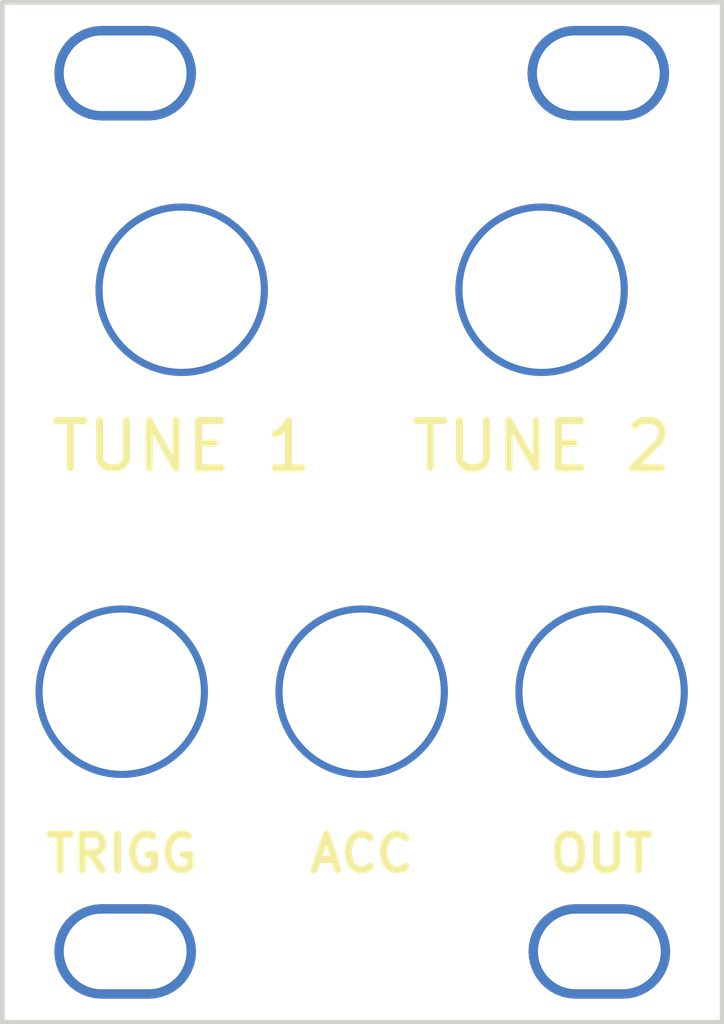
<source format=kicad_pcb>
(kicad_pcb (version 20171130) (host pcbnew "(5.0.1)-4")

  (general
    (thickness 1.6)
    (drawings 14)
    (tracks 0)
    (zones 0)
    (modules 9)
    (nets 1)
  )

  (page A4)
  (layers
    (0 F.Cu signal)
    (31 B.Cu signal)
    (32 B.Adhes user)
    (33 F.Adhes user)
    (34 B.Paste user)
    (35 F.Paste user)
    (36 B.SilkS user)
    (37 F.SilkS user)
    (38 B.Mask user)
    (39 F.Mask user)
    (40 Dwgs.User user)
    (41 Cmts.User user)
    (42 Eco1.User user)
    (43 Eco2.User user)
    (44 Edge.Cuts user)
    (45 Margin user)
    (46 B.CrtYd user)
    (47 F.CrtYd user)
    (48 B.Fab user)
    (49 F.Fab user hide)
  )

  (setup
    (last_trace_width 0.25)
    (trace_clearance 0.2)
    (zone_clearance 0.254)
    (zone_45_only no)
    (trace_min 0.2)
    (segment_width 0.2)
    (edge_width 0.2)
    (via_size 0.8)
    (via_drill 0.4)
    (via_min_size 0.4)
    (via_min_drill 0.3)
    (uvia_size 0.3)
    (uvia_drill 0.1)
    (uvias_allowed no)
    (uvia_min_size 0.2)
    (uvia_min_drill 0.1)
    (pcb_text_width 0.3)
    (pcb_text_size 1.5 1.5)
    (mod_edge_width 0.15)
    (mod_text_size 1 1)
    (mod_text_width 0.15)
    (pad_size 1.524 1.524)
    (pad_drill 0.762)
    (pad_to_mask_clearance 0.2)
    (solder_mask_min_width 0.25)
    (aux_axis_origin 0 0)
    (grid_origin 26.717 22.6016)
    (visible_elements 7FFFF7FF)
    (pcbplotparams
      (layerselection 0x010fc_ffffffff)
      (usegerberextensions false)
      (usegerberattributes false)
      (usegerberadvancedattributes false)
      (creategerberjobfile false)
      (excludeedgelayer true)
      (linewidth 0.100000)
      (plotframeref false)
      (viasonmask false)
      (mode 1)
      (useauxorigin false)
      (hpglpennumber 1)
      (hpglpenspeed 20)
      (hpglpendiameter 15.000000)
      (psnegative false)
      (psa4output false)
      (plotreference true)
      (plotvalue true)
      (plotinvisibletext false)
      (padsonsilk false)
      (subtractmaskfromsilk false)
      (outputformat 1)
      (mirror false)
      (drillshape 0)
      (scaleselection 1)
      (outputdirectory "Gerbers/Panel"))
  )

  (net 0 "")

  (net_class Default "This is the default net class."
    (clearance 0.2)
    (trace_width 0.25)
    (via_dia 0.8)
    (via_drill 0.4)
    (uvia_dia 0.3)
    (uvia_drill 0.1)
  )

  (module KraakenStuff:MountingHole_6.7mm (layer F.Cu) (tedit 5C71F555) (tstamp 5C7E7E23)
    (at 52.0916 51.7862)
    (descr "Mounting Hole 6.4mm, no annular, M6")
    (tags "mounting hole 6.4mm no annular m6")
    (attr virtual)
    (fp_text reference "" (at 0 -7.4) (layer F.SilkS)
      (effects (font (size 1 1) (thickness 0.15)))
    )
    (fp_text value MountingHole_6.7mm (at 0 7.4) (layer F.Fab)
      (effects (font (size 1 1) (thickness 0.15)))
    )
    (fp_text user %R (at 0.3 0) (layer F.Fab)
      (effects (font (size 1 1) (thickness 0.15)))
    )
    (pad "" np_thru_hole circle (at 0 0) (size 7.3 7.3) (drill 6.7) (layers *.Cu *.Mask))
  )

  (module KraakenStuff:MountingHole_6.7mm (layer F.Cu) (tedit 5C71F555) (tstamp 5C7E7E0D)
    (at 41.9316 51.7862)
    (descr "Mounting Hole 6.4mm, no annular, M6")
    (tags "mounting hole 6.4mm no annular m6")
    (attr virtual)
    (fp_text reference "" (at 0 -7.4) (layer F.SilkS)
      (effects (font (size 1 1) (thickness 0.15)))
    )
    (fp_text value MountingHole_6.7mm (at 0 7.4) (layer F.Fab)
      (effects (font (size 1 1) (thickness 0.15)))
    )
    (fp_text user %R (at 0.3 0) (layer F.Fab)
      (effects (font (size 1 1) (thickness 0.15)))
    )
    (pad "" np_thru_hole circle (at 0 0) (size 7.3 7.3) (drill 6.7) (layers *.Cu *.Mask))
  )

  (module KraakenStuff:MountingHole_6.7mm (layer F.Cu) (tedit 5C71F555) (tstamp 5C7E7DF9)
    (at 31.7716 51.7862)
    (descr "Mounting Hole 6.4mm, no annular, M6")
    (tags "mounting hole 6.4mm no annular m6")
    (attr virtual)
    (fp_text reference "" (at 0 -7.4) (layer F.SilkS)
      (effects (font (size 1 1) (thickness 0.15)))
    )
    (fp_text value MountingHole_6.7mm (at 0 7.4) (layer F.Fab)
      (effects (font (size 1 1) (thickness 0.15)))
    )
    (fp_text user %R (at 0.3 0) (layer F.Fab)
      (effects (font (size 1 1) (thickness 0.15)))
    )
    (pad "" np_thru_hole circle (at 0 0) (size 7.3 7.3) (drill 6.7) (layers *.Cu *.Mask))
  )

  (module KraakenStuff:MountingHole_6.7mm (layer F.Cu) (tedit 5C71F555) (tstamp 5C7E7D5D)
    (at 34.3116 34.7682)
    (descr "Mounting Hole 6.4mm, no annular, M6")
    (tags "mounting hole 6.4mm no annular m6")
    (attr virtual)
    (fp_text reference "" (at 0 -7.4) (layer F.SilkS)
      (effects (font (size 1 1) (thickness 0.15)))
    )
    (fp_text value MountingHole_6.7mm (at 0 7.4) (layer F.Fab)
      (effects (font (size 1 1) (thickness 0.15)))
    )
    (fp_text user %R (at 0.3 0) (layer F.Fab)
      (effects (font (size 1 1) (thickness 0.15)))
    )
    (pad "" np_thru_hole circle (at 0 0) (size 7.3 7.3) (drill 6.7) (layers *.Cu *.Mask))
  )

  (module KraakenStuff:MountingHole_6.7mm (layer F.Cu) (tedit 5C71F555) (tstamp 5C7E7D34)
    (at 49.5516 34.7682)
    (descr "Mounting Hole 6.4mm, no annular, M6")
    (tags "mounting hole 6.4mm no annular m6")
    (attr virtual)
    (fp_text reference "" (at 0 -7.4) (layer F.SilkS)
      (effects (font (size 1 1) (thickness 0.15)))
    )
    (fp_text value MountingHole_6.7mm (at 0 7.4) (layer F.Fab)
      (effects (font (size 1 1) (thickness 0.15)))
    )
    (fp_text user %R (at 0.3 0) (layer F.Fab)
      (effects (font (size 1 1) (thickness 0.15)))
    )
    (pad "" np_thru_hole circle (at 0 0) (size 7.3 7.3) (drill 6.7) (layers *.Cu *.Mask))
  )

  (module "KraakenStuff:Mounting Hole Elliptical" (layer F.Cu) (tedit 5C71F14D) (tstamp 5C7E84E9)
    (at 31.917 62.7816)
    (fp_text reference "" (at 1.524 -2.032) (layer F.SilkS)
      (effects (font (size 1 1) (thickness 0.15)))
    )
    (fp_text value "Mounting Hole Elliptical" (at 0 -11.684) (layer F.Fab)
      (effects (font (size 1 1) (thickness 0.15)))
    )
    (pad "" np_thru_hole roundrect (at 0 0) (size 6 4) (drill oval 5.2 3.2) (layers *.Cu *.Mask) (roundrect_rratio 0.5))
  )

  (module "KraakenStuff:Mounting Hole Elliptical" (layer F.Cu) (tedit 5C71F14D) (tstamp 5C7E8447)
    (at 51.997 62.7816)
    (fp_text reference "" (at 1.524 -2.032) (layer F.SilkS)
      (effects (font (size 1 1) (thickness 0.15)))
    )
    (fp_text value "Mounting Hole Elliptical" (at 0 -11.684) (layer F.Fab)
      (effects (font (size 1 1) (thickness 0.15)))
    )
    (pad "" np_thru_hole roundrect (at 0 0) (size 6 4) (drill oval 5.2 3.2) (layers *.Cu *.Mask) (roundrect_rratio 0.5))
  )

  (module "KraakenStuff:Mounting Hole Elliptical" (layer F.Cu) (tedit 5C71F14D) (tstamp 5C7E83E1)
    (at 51.953 25.6016)
    (fp_text reference "" (at 1.524 -2.032) (layer F.SilkS)
      (effects (font (size 1 1) (thickness 0.15)))
    )
    (fp_text value "Mounting Hole Elliptical" (at 0 -11.684) (layer F.Fab)
      (effects (font (size 1 1) (thickness 0.15)))
    )
    (pad "" np_thru_hole roundrect (at 0 0) (size 6 4) (drill oval 5.2 3.2) (layers *.Cu *.Mask) (roundrect_rratio 0.5))
  )

  (module "KraakenStuff:Mounting Hole Elliptical" (layer F.Cu) (tedit 5C71F14D) (tstamp 5C7E8362)
    (at 31.917 25.6016)
    (fp_text reference "" (at 1.524 -2.032) (layer F.SilkS)
      (effects (font (size 1 1) (thickness 0.15)))
    )
    (fp_text value "Mounting Hole Elliptical" (at 0 -11.684) (layer F.Fab)
      (effects (font (size 1 1) (thickness 0.15)))
    )
    (pad "" np_thru_hole roundrect (at 0 0) (size 6 4) (drill oval 5.2 3.2) (layers *.Cu *.Mask) (roundrect_rratio 0.5))
  )

  (gr_circle (center 49.5516 34.7682) (end 52.9171 34.7682) (layer Eco1.User) (width 0.2) (tstamp 5C71DFDD))
  (gr_text OUT (at 52.0916 58.6436) (layer F.SilkS) (tstamp 5C71E7FE)
    (effects (font (size 1.5 1.5) (thickness 0.3)))
  )
  (gr_text ACC (at 41.9316 58.6436) (layer F.SilkS) (tstamp 5C71E7D7)
    (effects (font (size 1.5 1.5) (thickness 0.3)))
  )
  (gr_text TRIGG (at 31.7716 58.6436) (layer F.SilkS)
    (effects (font (size 1.5 1.5) (thickness 0.3)))
  )
  (gr_text "TUNE 2" (at 49.5516 41.3976) (layer F.SilkS) (tstamp 5C71E74A)
    (effects (font (size 2 2) (thickness 0.3)))
  )
  (gr_text "TUNE 1" (at 34.3116 41.3976) (layer F.SilkS)
    (effects (font (size 2 2) (thickness 0.3)))
  )
  (gr_circle (center 31.7716 51.7862) (end 34.9466 51.7862) (layer Eco1.User) (width 0.2) (tstamp 5C71DFF5))
  (gr_circle (center 41.9316 51.7862) (end 45.1066 51.7862) (layer Eco1.User) (width 0.2) (tstamp 5C71DFF2))
  (gr_circle (center 52.0916 51.7862) (end 55.2666 51.7862) (layer Eco1.User) (width 0.2) (tstamp 5C71DFE6))
  (gr_circle (center 34.3116 34.7682) (end 37.6771 34.7682) (layer Eco1.User) (width 0.2) (tstamp 5C71DFEF))
  (gr_line (start 26.717 65.7816) (end 57.197 65.7816) (layer Edge.Cuts) (width 0.2) (tstamp 5C71DFE0))
  (gr_line (start 57.197 22.6016) (end 57.197 65.7816) (layer Edge.Cuts) (width 0.2) (tstamp 5C71DFE9))
  (gr_line (start 26.717 22.6016) (end 26.717 65.7816) (layer Edge.Cuts) (width 0.2) (tstamp 5C71DFEC))
  (gr_line (start 26.717 22.6016) (end 57.197 22.6016) (layer Edge.Cuts) (width 0.2) (tstamp 5C71DFE3))

)

</source>
